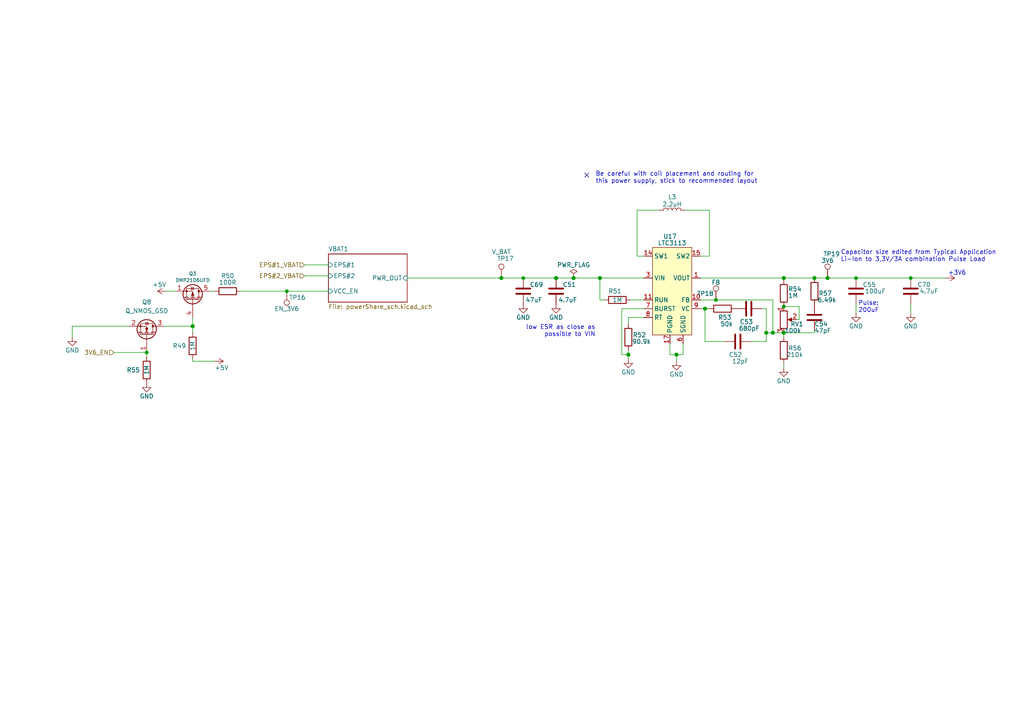
<source format=kicad_sch>
(kicad_sch (version 20211123) (generator eeschema)

  (uuid 93bc236d-3455-443f-8726-2037a6755e8b)

  (paper "A4")

  (lib_symbols
    (symbol "Connector:TestPoint" (pin_numbers hide) (pin_names (offset 0.762) hide) (in_bom yes) (on_board yes)
      (property "Reference" "TP" (id 0) (at 0 6.858 0)
        (effects (font (size 1.27 1.27)))
      )
      (property "Value" "TestPoint" (id 1) (at 0 5.08 0)
        (effects (font (size 1.27 1.27)))
      )
      (property "Footprint" "" (id 2) (at 5.08 0 0)
        (effects (font (size 1.27 1.27)) hide)
      )
      (property "Datasheet" "~" (id 3) (at 5.08 0 0)
        (effects (font (size 1.27 1.27)) hide)
      )
      (property "ki_keywords" "test point tp" (id 4) (at 0 0 0)
        (effects (font (size 1.27 1.27)) hide)
      )
      (property "ki_description" "test point" (id 5) (at 0 0 0)
        (effects (font (size 1.27 1.27)) hide)
      )
      (property "ki_fp_filters" "Pin* Test*" (id 6) (at 0 0 0)
        (effects (font (size 1.27 1.27)) hide)
      )
      (symbol "TestPoint_0_1"
        (circle (center 0 3.302) (radius 0.762)
          (stroke (width 0) (type default) (color 0 0 0 0))
          (fill (type none))
        )
      )
      (symbol "TestPoint_1_1"
        (pin passive line (at 0 0 90) (length 2.54)
          (name "1" (effects (font (size 1.27 1.27))))
          (number "1" (effects (font (size 1.27 1.27))))
        )
      )
    )
    (symbol "Device:C" (pin_numbers hide) (pin_names (offset 0.254)) (in_bom yes) (on_board yes)
      (property "Reference" "C" (id 0) (at 0.635 2.54 0)
        (effects (font (size 1.27 1.27)) (justify left))
      )
      (property "Value" "C" (id 1) (at 0.635 -2.54 0)
        (effects (font (size 1.27 1.27)) (justify left))
      )
      (property "Footprint" "" (id 2) (at 0.9652 -3.81 0)
        (effects (font (size 1.27 1.27)) hide)
      )
      (property "Datasheet" "~" (id 3) (at 0 0 0)
        (effects (font (size 1.27 1.27)) hide)
      )
      (property "ki_keywords" "cap capacitor" (id 4) (at 0 0 0)
        (effects (font (size 1.27 1.27)) hide)
      )
      (property "ki_description" "Unpolarized capacitor" (id 5) (at 0 0 0)
        (effects (font (size 1.27 1.27)) hide)
      )
      (property "ki_fp_filters" "C_*" (id 6) (at 0 0 0)
        (effects (font (size 1.27 1.27)) hide)
      )
      (symbol "C_0_1"
        (polyline
          (pts
            (xy -2.032 -0.762)
            (xy 2.032 -0.762)
          )
          (stroke (width 0.508) (type default) (color 0 0 0 0))
          (fill (type none))
        )
        (polyline
          (pts
            (xy -2.032 0.762)
            (xy 2.032 0.762)
          )
          (stroke (width 0.508) (type default) (color 0 0 0 0))
          (fill (type none))
        )
      )
      (symbol "C_1_1"
        (pin passive line (at 0 3.81 270) (length 2.794)
          (name "~" (effects (font (size 1.27 1.27))))
          (number "1" (effects (font (size 1.27 1.27))))
        )
        (pin passive line (at 0 -3.81 90) (length 2.794)
          (name "~" (effects (font (size 1.27 1.27))))
          (number "2" (effects (font (size 1.27 1.27))))
        )
      )
    )
    (symbol "Device:L" (pin_numbers hide) (pin_names (offset 1.016) hide) (in_bom yes) (on_board yes)
      (property "Reference" "L" (id 0) (at -1.27 0 90)
        (effects (font (size 1.27 1.27)))
      )
      (property "Value" "L" (id 1) (at 1.905 0 90)
        (effects (font (size 1.27 1.27)))
      )
      (property "Footprint" "" (id 2) (at 0 0 0)
        (effects (font (size 1.27 1.27)) hide)
      )
      (property "Datasheet" "~" (id 3) (at 0 0 0)
        (effects (font (size 1.27 1.27)) hide)
      )
      (property "ki_keywords" "inductor choke coil reactor magnetic" (id 4) (at 0 0 0)
        (effects (font (size 1.27 1.27)) hide)
      )
      (property "ki_description" "Inductor" (id 5) (at 0 0 0)
        (effects (font (size 1.27 1.27)) hide)
      )
      (property "ki_fp_filters" "Choke_* *Coil* Inductor_* L_*" (id 6) (at 0 0 0)
        (effects (font (size 1.27 1.27)) hide)
      )
      (symbol "L_0_1"
        (arc (start 0 -2.54) (mid 0.635 -1.905) (end 0 -1.27)
          (stroke (width 0) (type default) (color 0 0 0 0))
          (fill (type none))
        )
        (arc (start 0 -1.27) (mid 0.635 -0.635) (end 0 0)
          (stroke (width 0) (type default) (color 0 0 0 0))
          (fill (type none))
        )
        (arc (start 0 0) (mid 0.635 0.635) (end 0 1.27)
          (stroke (width 0) (type default) (color 0 0 0 0))
          (fill (type none))
        )
        (arc (start 0 1.27) (mid 0.635 1.905) (end 0 2.54)
          (stroke (width 0) (type default) (color 0 0 0 0))
          (fill (type none))
        )
      )
      (symbol "L_1_1"
        (pin passive line (at 0 3.81 270) (length 1.27)
          (name "1" (effects (font (size 1.27 1.27))))
          (number "1" (effects (font (size 1.27 1.27))))
        )
        (pin passive line (at 0 -3.81 90) (length 1.27)
          (name "2" (effects (font (size 1.27 1.27))))
          (number "2" (effects (font (size 1.27 1.27))))
        )
      )
    )
    (symbol "Device:Q_NMOS_GSD" (pin_names (offset 0) hide) (in_bom yes) (on_board yes)
      (property "Reference" "Q" (id 0) (at 5.08 1.27 0)
        (effects (font (size 1.27 1.27)) (justify left))
      )
      (property "Value" "Q_NMOS_GSD" (id 1) (at 5.08 -1.27 0)
        (effects (font (size 1.27 1.27)) (justify left))
      )
      (property "Footprint" "" (id 2) (at 5.08 2.54 0)
        (effects (font (size 1.27 1.27)) hide)
      )
      (property "Datasheet" "~" (id 3) (at 0 0 0)
        (effects (font (size 1.27 1.27)) hide)
      )
      (property "ki_keywords" "transistor NMOS N-MOS N-MOSFET" (id 4) (at 0 0 0)
        (effects (font (size 1.27 1.27)) hide)
      )
      (property "ki_description" "N-MOSFET transistor, gate/source/drain" (id 5) (at 0 0 0)
        (effects (font (size 1.27 1.27)) hide)
      )
      (symbol "Q_NMOS_GSD_0_1"
        (polyline
          (pts
            (xy 0.254 0)
            (xy -2.54 0)
          )
          (stroke (width 0) (type default) (color 0 0 0 0))
          (fill (type none))
        )
        (polyline
          (pts
            (xy 0.254 1.905)
            (xy 0.254 -1.905)
          )
          (stroke (width 0.254) (type default) (color 0 0 0 0))
          (fill (type none))
        )
        (polyline
          (pts
            (xy 0.762 -1.27)
            (xy 0.762 -2.286)
          )
          (stroke (width 0.254) (type default) (color 0 0 0 0))
          (fill (type none))
        )
        (polyline
          (pts
            (xy 0.762 0.508)
            (xy 0.762 -0.508)
          )
          (stroke (width 0.254) (type default) (color 0 0 0 0))
          (fill (type none))
        )
        (polyline
          (pts
            (xy 0.762 2.286)
            (xy 0.762 1.27)
          )
          (stroke (width 0.254) (type default) (color 0 0 0 0))
          (fill (type none))
        )
        (polyline
          (pts
            (xy 2.54 2.54)
            (xy 2.54 1.778)
          )
          (stroke (width 0) (type default) (color 0 0 0 0))
          (fill (type none))
        )
        (polyline
          (pts
            (xy 2.54 -2.54)
            (xy 2.54 0)
            (xy 0.762 0)
          )
          (stroke (width 0) (type default) (color 0 0 0 0))
          (fill (type none))
        )
        (polyline
          (pts
            (xy 0.762 -1.778)
            (xy 3.302 -1.778)
            (xy 3.302 1.778)
            (xy 0.762 1.778)
          )
          (stroke (width 0) (type default) (color 0 0 0 0))
          (fill (type none))
        )
        (polyline
          (pts
            (xy 1.016 0)
            (xy 2.032 0.381)
            (xy 2.032 -0.381)
            (xy 1.016 0)
          )
          (stroke (width 0) (type default) (color 0 0 0 0))
          (fill (type outline))
        )
        (polyline
          (pts
            (xy 2.794 0.508)
            (xy 2.921 0.381)
            (xy 3.683 0.381)
            (xy 3.81 0.254)
          )
          (stroke (width 0) (type default) (color 0 0 0 0))
          (fill (type none))
        )
        (polyline
          (pts
            (xy 3.302 0.381)
            (xy 2.921 -0.254)
            (xy 3.683 -0.254)
            (xy 3.302 0.381)
          )
          (stroke (width 0) (type default) (color 0 0 0 0))
          (fill (type none))
        )
        (circle (center 1.651 0) (radius 2.794)
          (stroke (width 0.254) (type default) (color 0 0 0 0))
          (fill (type none))
        )
        (circle (center 2.54 -1.778) (radius 0.254)
          (stroke (width 0) (type default) (color 0 0 0 0))
          (fill (type outline))
        )
        (circle (center 2.54 1.778) (radius 0.254)
          (stroke (width 0) (type default) (color 0 0 0 0))
          (fill (type outline))
        )
      )
      (symbol "Q_NMOS_GSD_1_1"
        (pin input line (at -5.08 0 0) (length 2.54)
          (name "G" (effects (font (size 1.27 1.27))))
          (number "1" (effects (font (size 1.27 1.27))))
        )
        (pin passive line (at 2.54 -5.08 90) (length 2.54)
          (name "S" (effects (font (size 1.27 1.27))))
          (number "2" (effects (font (size 1.27 1.27))))
        )
        (pin passive line (at 2.54 5.08 270) (length 2.54)
          (name "D" (effects (font (size 1.27 1.27))))
          (number "3" (effects (font (size 1.27 1.27))))
        )
      )
    )
    (symbol "Device:R" (pin_numbers hide) (pin_names (offset 0)) (in_bom yes) (on_board yes)
      (property "Reference" "R" (id 0) (at 2.032 0 90)
        (effects (font (size 1.27 1.27)))
      )
      (property "Value" "R" (id 1) (at 0 0 90)
        (effects (font (size 1.27 1.27)))
      )
      (property "Footprint" "" (id 2) (at -1.778 0 90)
        (effects (font (size 1.27 1.27)) hide)
      )
      (property "Datasheet" "~" (id 3) (at 0 0 0)
        (effects (font (size 1.27 1.27)) hide)
      )
      (property "ki_keywords" "R res resistor" (id 4) (at 0 0 0)
        (effects (font (size 1.27 1.27)) hide)
      )
      (property "ki_description" "Resistor" (id 5) (at 0 0 0)
        (effects (font (size 1.27 1.27)) hide)
      )
      (property "ki_fp_filters" "R_*" (id 6) (at 0 0 0)
        (effects (font (size 1.27 1.27)) hide)
      )
      (symbol "R_0_1"
        (rectangle (start -1.016 -2.54) (end 1.016 2.54)
          (stroke (width 0.254) (type default) (color 0 0 0 0))
          (fill (type none))
        )
      )
      (symbol "R_1_1"
        (pin passive line (at 0 3.81 270) (length 1.27)
          (name "~" (effects (font (size 1.27 1.27))))
          (number "1" (effects (font (size 1.27 1.27))))
        )
        (pin passive line (at 0 -3.81 90) (length 1.27)
          (name "~" (effects (font (size 1.27 1.27))))
          (number "2" (effects (font (size 1.27 1.27))))
        )
      )
    )
    (symbol "Device:R_Potentiometer" (pin_names (offset 1.016) hide) (in_bom yes) (on_board yes)
      (property "Reference" "RV" (id 0) (at -4.445 0 90)
        (effects (font (size 1.27 1.27)))
      )
      (property "Value" "R_Potentiometer" (id 1) (at -2.54 0 90)
        (effects (font (size 1.27 1.27)))
      )
      (property "Footprint" "" (id 2) (at 0 0 0)
        (effects (font (size 1.27 1.27)) hide)
      )
      (property "Datasheet" "~" (id 3) (at 0 0 0)
        (effects (font (size 1.27 1.27)) hide)
      )
      (property "ki_keywords" "resistor variable" (id 4) (at 0 0 0)
        (effects (font (size 1.27 1.27)) hide)
      )
      (property "ki_description" "Potentiometer" (id 5) (at 0 0 0)
        (effects (font (size 1.27 1.27)) hide)
      )
      (property "ki_fp_filters" "Potentiometer*" (id 6) (at 0 0 0)
        (effects (font (size 1.27 1.27)) hide)
      )
      (symbol "R_Potentiometer_0_1"
        (polyline
          (pts
            (xy 2.54 0)
            (xy 1.524 0)
          )
          (stroke (width 0) (type default) (color 0 0 0 0))
          (fill (type none))
        )
        (polyline
          (pts
            (xy 1.143 0)
            (xy 2.286 0.508)
            (xy 2.286 -0.508)
            (xy 1.143 0)
          )
          (stroke (width 0) (type default) (color 0 0 0 0))
          (fill (type outline))
        )
        (rectangle (start 1.016 2.54) (end -1.016 -2.54)
          (stroke (width 0.254) (type default) (color 0 0 0 0))
          (fill (type none))
        )
      )
      (symbol "R_Potentiometer_1_1"
        (pin passive line (at 0 3.81 270) (length 1.27)
          (name "1" (effects (font (size 1.27 1.27))))
          (number "1" (effects (font (size 1.27 1.27))))
        )
        (pin passive line (at 3.81 0 180) (length 1.27)
          (name "2" (effects (font (size 1.27 1.27))))
          (number "2" (effects (font (size 1.27 1.27))))
        )
        (pin passive line (at 0 -3.81 90) (length 1.27)
          (name "3" (effects (font (size 1.27 1.27))))
          (number "3" (effects (font (size 1.27 1.27))))
        )
      )
    )
    (symbol "Transistor_FET:SiS443DN" (pin_names hide) (in_bom yes) (on_board yes)
      (property "Reference" "Q" (id 0) (at 5.08 1.905 0)
        (effects (font (size 1.27 1.27)) (justify left))
      )
      (property "Value" "SiS443DN" (id 1) (at 5.08 0 0)
        (effects (font (size 1.27 1.27)) (justify left))
      )
      (property "Footprint" "Package_SO:Vishay_PowerPAK_1212-8_Single" (id 2) (at 5.08 -1.905 0)
        (effects (font (size 1.27 1.27) italic) (justify left) hide)
      )
      (property "Datasheet" "https://www.vishay.com/docs/63253/sis443dn.pdf" (id 3) (at 0 0 90)
        (effects (font (size 1.27 1.27)) (justify left) hide)
      )
      (property "ki_keywords" "P-Channel MOSFET" (id 4) (at 0 0 0)
        (effects (font (size 1.27 1.27)) hide)
      )
      (property "ki_description" "-35A Id, -40V Vds, P-Channel MOSFET, PowerPAK 1212-8 Single" (id 5) (at 0 0 0)
        (effects (font (size 1.27 1.27)) hide)
      )
      (property "ki_fp_filters" "Vishay*PowerPAK*1212*Single*" (id 6) (at 0 0 0)
        (effects (font (size 1.27 1.27)) hide)
      )
      (symbol "SiS443DN_0_1"
        (polyline
          (pts
            (xy 0.254 0)
            (xy -2.54 0)
          )
          (stroke (width 0) (type default) (color 0 0 0 0))
          (fill (type none))
        )
        (polyline
          (pts
            (xy 0.254 1.905)
            (xy 0.254 -1.905)
          )
          (stroke (width 0.254) (type default) (color 0 0 0 0))
          (fill (type none))
        )
        (polyline
          (pts
            (xy 0.762 -1.27)
            (xy 0.762 -2.286)
          )
          (stroke (width 0.254) (type default) (color 0 0 0 0))
          (fill (type none))
        )
        (polyline
          (pts
            (xy 0.762 0.508)
            (xy 0.762 -0.508)
          )
          (stroke (width 0.254) (type default) (color 0 0 0 0))
          (fill (type none))
        )
        (polyline
          (pts
            (xy 0.762 2.286)
            (xy 0.762 1.27)
          )
          (stroke (width 0.254) (type default) (color 0 0 0 0))
          (fill (type none))
        )
        (polyline
          (pts
            (xy 2.54 2.54)
            (xy 2.54 1.778)
          )
          (stroke (width 0) (type default) (color 0 0 0 0))
          (fill (type none))
        )
        (polyline
          (pts
            (xy 2.54 -2.54)
            (xy 2.54 0)
            (xy 0.762 0)
          )
          (stroke (width 0) (type default) (color 0 0 0 0))
          (fill (type none))
        )
        (polyline
          (pts
            (xy 0.762 1.778)
            (xy 3.302 1.778)
            (xy 3.302 -1.778)
            (xy 0.762 -1.778)
          )
          (stroke (width 0) (type default) (color 0 0 0 0))
          (fill (type none))
        )
        (polyline
          (pts
            (xy 2.286 0)
            (xy 1.27 0.381)
            (xy 1.27 -0.381)
            (xy 2.286 0)
          )
          (stroke (width 0) (type default) (color 0 0 0 0))
          (fill (type outline))
        )
        (polyline
          (pts
            (xy 2.794 -0.508)
            (xy 2.921 -0.381)
            (xy 3.683 -0.381)
            (xy 3.81 -0.254)
          )
          (stroke (width 0) (type default) (color 0 0 0 0))
          (fill (type none))
        )
        (polyline
          (pts
            (xy 3.302 -0.381)
            (xy 2.921 0.254)
            (xy 3.683 0.254)
            (xy 3.302 -0.381)
          )
          (stroke (width 0) (type default) (color 0 0 0 0))
          (fill (type none))
        )
        (circle (center 1.651 0) (radius 2.794)
          (stroke (width 0.254) (type default) (color 0 0 0 0))
          (fill (type none))
        )
        (circle (center 2.54 -1.778) (radius 0.254)
          (stroke (width 0) (type default) (color 0 0 0 0))
          (fill (type outline))
        )
        (circle (center 2.54 1.778) (radius 0.254)
          (stroke (width 0) (type default) (color 0 0 0 0))
          (fill (type outline))
        )
      )
      (symbol "SiS443DN_1_1"
        (pin passive line (at 2.54 -5.08 90) (length 2.54)
          (name "S" (effects (font (size 1.27 1.27))))
          (number "1" (effects (font (size 1.27 1.27))))
        )
        (pin passive line (at 2.54 -5.08 90) (length 2.54) hide
          (name "S" (effects (font (size 1.27 1.27))))
          (number "2" (effects (font (size 1.27 1.27))))
        )
        (pin passive line (at 2.54 -5.08 90) (length 2.54) hide
          (name "S" (effects (font (size 1.27 1.27))))
          (number "3" (effects (font (size 1.27 1.27))))
        )
        (pin passive line (at -5.08 0 0) (length 2.54)
          (name "G" (effects (font (size 1.27 1.27))))
          (number "4" (effects (font (size 1.27 1.27))))
        )
        (pin passive line (at 2.54 5.08 270) (length 2.54)
          (name "D" (effects (font (size 1.27 1.27))))
          (number "5" (effects (font (size 1.27 1.27))))
        )
      )
    )
    (symbol "comm:LTC3113" (in_bom yes) (on_board yes)
      (property "Reference" "U" (id 0) (at 0 17.78 0)
        (effects (font (size 1.27 1.27)))
      )
      (property "Value" "LTC3113" (id 1) (at 0 15.24 0)
        (effects (font (size 1.27 1.27)))
      )
      (property "Footprint" "Package_DFN_QFN:DFN-16-1EP_4x5mm_P0.5mm_EP2.44x4.34mm" (id 2) (at 0 13.97 0)
        (effects (font (size 1.27 1.27)) hide)
      )
      (property "Datasheet" "" (id 3) (at 0 13.97 0)
        (effects (font (size 1.27 1.27)) hide)
      )
      (symbol "LTC3113_0_1"
        (rectangle (start -5.08 11.43) (end 6.35 -13.97)
          (stroke (width 0.1524) (type default) (color 0 0 0 0))
          (fill (type background))
        )
      )
      (symbol "LTC3113_1_1"
        (pin power_out line (at 8.89 2.54 180) (length 2.54)
          (name "VOUT" (effects (font (size 1.27 1.27))))
          (number "1" (effects (font (size 1.27 1.27))))
        )
        (pin input line (at 8.89 -3.81 180) (length 2.54)
          (name "FB" (effects (font (size 1.27 1.27))))
          (number "10" (effects (font (size 1.27 1.27))))
        )
        (pin input line (at -7.62 -3.81 0) (length 2.54)
          (name "RUN" (effects (font (size 1.27 1.27))))
          (number "11" (effects (font (size 1.27 1.27))))
        )
        (pin input line (at -7.62 8.89 0) (length 2.54) hide
          (name "SW1" (effects (font (size 1.27 1.27))))
          (number "12" (effects (font (size 1.27 1.27))))
        )
        (pin input line (at -7.62 8.89 0) (length 2.54) hide
          (name "SW1" (effects (font (size 1.27 1.27))))
          (number "13" (effects (font (size 1.27 1.27))))
        )
        (pin input line (at -7.62 8.89 0) (length 2.54)
          (name "SW1" (effects (font (size 1.27 1.27))))
          (number "14" (effects (font (size 1.27 1.27))))
        )
        (pin input line (at 8.89 8.89 180) (length 2.54)
          (name "SW2" (effects (font (size 1.27 1.27))))
          (number "15" (effects (font (size 1.27 1.27))))
        )
        (pin input line (at 8.89 8.89 180) (length 2.54) hide
          (name "SW2" (effects (font (size 1.27 1.27))))
          (number "16" (effects (font (size 1.27 1.27))))
        )
        (pin power_in line (at 0 -16.51 90) (length 2.54)
          (name "PGND" (effects (font (size 1.27 1.27))))
          (number "17" (effects (font (size 1.27 1.27))))
        )
        (pin passive line (at 8.89 2.54 180) (length 2.54) hide
          (name "VOUT" (effects (font (size 1.27 1.27))))
          (number "2" (effects (font (size 1.27 1.27))))
        )
        (pin power_in line (at -7.62 2.54 0) (length 2.54)
          (name "VIN" (effects (font (size 1.27 1.27))))
          (number "3" (effects (font (size 1.27 1.27))))
        )
        (pin power_in line (at -7.62 2.54 0) (length 2.54) hide
          (name "VIN" (effects (font (size 1.27 1.27))))
          (number "4" (effects (font (size 1.27 1.27))))
        )
        (pin power_in line (at -7.62 2.54 0) (length 2.54) hide
          (name "VIN" (effects (font (size 1.27 1.27))))
          (number "5" (effects (font (size 1.27 1.27))))
        )
        (pin power_in line (at 3.81 -16.51 90) (length 2.54)
          (name "SGND" (effects (font (size 1.27 1.27))))
          (number "6" (effects (font (size 1.27 1.27))))
        )
        (pin input line (at -7.62 -6.35 0) (length 2.54)
          (name "BURST" (effects (font (size 1.27 1.27))))
          (number "7" (effects (font (size 1.27 1.27))))
        )
        (pin input line (at -7.62 -8.89 0) (length 2.54)
          (name "RT" (effects (font (size 1.27 1.27))))
          (number "8" (effects (font (size 1.27 1.27))))
        )
        (pin input line (at 8.89 -6.35 180) (length 2.54)
          (name "VC" (effects (font (size 1.27 1.27))))
          (number "9" (effects (font (size 1.27 1.27))))
        )
      )
    )
    (symbol "power:+3V8" (power) (pin_names (offset 0)) (in_bom yes) (on_board yes)
      (property "Reference" "#PWR" (id 0) (at 0 -3.81 0)
        (effects (font (size 1.27 1.27)) hide)
      )
      (property "Value" "+3V8" (id 1) (at 0 3.556 0)
        (effects (font (size 1.27 1.27)))
      )
      (property "Footprint" "" (id 2) (at 0 0 0)
        (effects (font (size 1.27 1.27)) hide)
      )
      (property "Datasheet" "" (id 3) (at 0 0 0)
        (effects (font (size 1.27 1.27)) hide)
      )
      (property "ki_keywords" "power-flag" (id 4) (at 0 0 0)
        (effects (font (size 1.27 1.27)) hide)
      )
      (property "ki_description" "Power symbol creates a global label with name \"+3V8\"" (id 5) (at 0 0 0)
        (effects (font (size 1.27 1.27)) hide)
      )
      (symbol "+3V8_0_1"
        (polyline
          (pts
            (xy -0.762 1.27)
            (xy 0 2.54)
          )
          (stroke (width 0) (type default) (color 0 0 0 0))
          (fill (type none))
        )
        (polyline
          (pts
            (xy 0 0)
            (xy 0 2.54)
          )
          (stroke (width 0) (type default) (color 0 0 0 0))
          (fill (type none))
        )
        (polyline
          (pts
            (xy 0 2.54)
            (xy 0.762 1.27)
          )
          (stroke (width 0) (type default) (color 0 0 0 0))
          (fill (type none))
        )
      )
      (symbol "+3V8_1_1"
        (pin power_in line (at 0 0 90) (length 0) hide
          (name "+3V8" (effects (font (size 1.27 1.27))))
          (number "1" (effects (font (size 1.27 1.27))))
        )
      )
    )
    (symbol "power:+5V" (power) (pin_names (offset 0)) (in_bom yes) (on_board yes)
      (property "Reference" "#PWR" (id 0) (at 0 -3.81 0)
        (effects (font (size 1.27 1.27)) hide)
      )
      (property "Value" "+5V" (id 1) (at 0 3.556 0)
        (effects (font (size 1.27 1.27)))
      )
      (property "Footprint" "" (id 2) (at 0 0 0)
        (effects (font (size 1.27 1.27)) hide)
      )
      (property "Datasheet" "" (id 3) (at 0 0 0)
        (effects (font (size 1.27 1.27)) hide)
      )
      (property "ki_keywords" "power-flag" (id 4) (at 0 0 0)
        (effects (font (size 1.27 1.27)) hide)
      )
      (property "ki_description" "Power symbol creates a global label with name \"+5V\"" (id 5) (at 0 0 0)
        (effects (font (size 1.27 1.27)) hide)
      )
      (symbol "+5V_0_1"
        (polyline
          (pts
            (xy -0.762 1.27)
            (xy 0 2.54)
          )
          (stroke (width 0) (type default) (color 0 0 0 0))
          (fill (type none))
        )
        (polyline
          (pts
            (xy 0 0)
            (xy 0 2.54)
          )
          (stroke (width 0) (type default) (color 0 0 0 0))
          (fill (type none))
        )
        (polyline
          (pts
            (xy 0 2.54)
            (xy 0.762 1.27)
          )
          (stroke (width 0) (type default) (color 0 0 0 0))
          (fill (type none))
        )
      )
      (symbol "+5V_1_1"
        (pin power_in line (at 0 0 90) (length 0) hide
          (name "+5V" (effects (font (size 1.27 1.27))))
          (number "1" (effects (font (size 1.27 1.27))))
        )
      )
    )
    (symbol "power:GND" (power) (pin_names (offset 0)) (in_bom yes) (on_board yes)
      (property "Reference" "#PWR" (id 0) (at 0 -6.35 0)
        (effects (font (size 1.27 1.27)) hide)
      )
      (property "Value" "GND" (id 1) (at 0 -3.81 0)
        (effects (font (size 1.27 1.27)))
      )
      (property "Footprint" "" (id 2) (at 0 0 0)
        (effects (font (size 1.27 1.27)) hide)
      )
      (property "Datasheet" "" (id 3) (at 0 0 0)
        (effects (font (size 1.27 1.27)) hide)
      )
      (property "ki_keywords" "power-flag" (id 4) (at 0 0 0)
        (effects (font (size 1.27 1.27)) hide)
      )
      (property "ki_description" "Power symbol creates a global label with name \"GND\" , ground" (id 5) (at 0 0 0)
        (effects (font (size 1.27 1.27)) hide)
      )
      (symbol "GND_0_1"
        (polyline
          (pts
            (xy 0 0)
            (xy 0 -1.27)
            (xy 1.27 -1.27)
            (xy 0 -2.54)
            (xy -1.27 -1.27)
            (xy 0 -1.27)
          )
          (stroke (width 0) (type default) (color 0 0 0 0))
          (fill (type none))
        )
      )
      (symbol "GND_1_1"
        (pin power_in line (at 0 0 270) (length 0) hide
          (name "GND" (effects (font (size 1.27 1.27))))
          (number "1" (effects (font (size 1.27 1.27))))
        )
      )
    )
    (symbol "power:PWR_FLAG" (power) (pin_numbers hide) (pin_names (offset 0) hide) (in_bom yes) (on_board yes)
      (property "Reference" "#FLG" (id 0) (at 0 1.905 0)
        (effects (font (size 1.27 1.27)) hide)
      )
      (property "Value" "PWR_FLAG" (id 1) (at 0 3.81 0)
        (effects (font (size 1.27 1.27)))
      )
      (property "Footprint" "" (id 2) (at 0 0 0)
        (effects (font (size 1.27 1.27)) hide)
      )
      (property "Datasheet" "~" (id 3) (at 0 0 0)
        (effects (font (size 1.27 1.27)) hide)
      )
      (property "ki_keywords" "power-flag" (id 4) (at 0 0 0)
        (effects (font (size 1.27 1.27)) hide)
      )
      (property "ki_description" "Special symbol for telling ERC where power comes from" (id 5) (at 0 0 0)
        (effects (font (size 1.27 1.27)) hide)
      )
      (symbol "PWR_FLAG_0_0"
        (pin power_out line (at 0 0 90) (length 0)
          (name "pwr" (effects (font (size 1.27 1.27))))
          (number "1" (effects (font (size 1.27 1.27))))
        )
      )
      (symbol "PWR_FLAG_0_1"
        (polyline
          (pts
            (xy 0 0)
            (xy 0 1.27)
            (xy -1.016 1.905)
            (xy 0 2.54)
            (xy 1.016 1.905)
            (xy 0 1.27)
          )
          (stroke (width 0) (type default) (color 0 0 0 0))
          (fill (type none))
        )
      )
    )
  )

  (junction (at 224.155 96.52) (diameter 1.016) (color 0 0 0 0)
    (uuid 10466cba-b45a-4266-a3b7-e58a54c85068)
  )
  (junction (at 166.37 80.645) (diameter 1.016) (color 0 0 0 0)
    (uuid 223b1bf5-aeb0-4409-ae26-7a05947090b1)
  )
  (junction (at 173.99 80.645) (diameter 1.016) (color 0 0 0 0)
    (uuid 2bd8e8f1-1a24-4dbc-9d3e-02ec45243012)
  )
  (junction (at 196.215 102.87) (diameter 1.016) (color 0 0 0 0)
    (uuid 3230db71-e343-4ca7-bfe8-9565703f0c4c)
  )
  (junction (at 204.47 89.535) (diameter 1.016) (color 0 0 0 0)
    (uuid 3eade326-98e9-4f73-9969-c3de1dd20284)
  )
  (junction (at 248.285 80.645) (diameter 0) (color 0 0 0 0)
    (uuid 431ad2b3-efb1-4bca-b248-56233d6f0de9)
  )
  (junction (at 145.415 80.645) (diameter 1.016) (color 0 0 0 0)
    (uuid 47033c75-f09c-4ea5-aeb3-c219d9891cc7)
  )
  (junction (at 161.29 80.645) (diameter 1.016) (color 0 0 0 0)
    (uuid 5d65aa66-ef4c-4c39-9d61-47de6dffabb0)
  )
  (junction (at 240.03 80.645) (diameter 1.016) (color 0 0 0 0)
    (uuid 608b1311-8621-40a7-be19-36f27fed020a)
  )
  (junction (at 42.545 102.235) (diameter 0) (color 0 0 0 0)
    (uuid 78d6d6b1-4b1c-4224-8b6e-b250e7dfd82a)
  )
  (junction (at 182.245 102.87) (diameter 1.016) (color 0 0 0 0)
    (uuid 81fa679c-a92a-4d03-8dba-7b7ddbe3b862)
  )
  (junction (at 83.185 84.455) (diameter 0) (color 0 0 0 0)
    (uuid 963db081-7044-4f92-a766-1f2daf76bf28)
  )
  (junction (at 207.645 86.995) (diameter 0) (color 0 0 0 0)
    (uuid acc30a2b-a69f-472c-9bf1-45108a7cda82)
  )
  (junction (at 236.22 80.645) (diameter 1.016) (color 0 0 0 0)
    (uuid b282f0ec-ccbe-4072-9792-7cf3291c0003)
  )
  (junction (at 264.16 80.645) (diameter 0) (color 0 0 0 0)
    (uuid b7717332-b1c7-4df4-994d-12b5a97ae610)
  )
  (junction (at 151.765 80.645) (diameter 0) (color 0 0 0 0)
    (uuid b8036693-9b75-4c52-aa98-16d89db15333)
  )
  (junction (at 222.25 96.52) (diameter 1.016) (color 0 0 0 0)
    (uuid c424557c-de60-43fc-9d3b-22dc03bfab6a)
  )
  (junction (at 227.33 96.52) (diameter 1.016) (color 0 0 0 0)
    (uuid c9fd8097-4fd2-4bf4-ae2b-c6dd4fdd0ad6)
  )
  (junction (at 55.88 94.615) (diameter 1.016) (color 0 0 0 0)
    (uuid d10ed321-fe4a-4b2e-8c4a-eae42c56c9ad)
  )
  (junction (at 227.33 80.645) (diameter 1.016) (color 0 0 0 0)
    (uuid e85479a1-246b-4094-ab2f-e2441217b8b6)
  )
  (junction (at 227.33 88.9) (diameter 0) (color 0 0 0 0)
    (uuid ee58b9e2-2293-4041-98ac-b810e072ff5d)
  )

  (no_connect (at 170.18 50.8) (uuid 82e5ea2d-acde-40d4-b80d-7e85e848f6e3))

  (wire (pts (xy 196.215 102.87) (xy 198.12 102.87))
    (stroke (width 0) (type solid) (color 0 0 0 0))
    (uuid 049ea278-d5c7-4e32-916b-093e4d58b878)
  )
  (wire (pts (xy 151.765 80.645) (xy 161.29 80.645))
    (stroke (width 0) (type solid) (color 0 0 0 0))
    (uuid 051fd92f-656c-4fa2-bc3b-1cd60b9824cc)
  )
  (wire (pts (xy 95.25 76.835) (xy 88.265 76.835))
    (stroke (width 0) (type solid) (color 0 0 0 0))
    (uuid 0cceca1d-8f92-4069-96bd-f4c6a84bcb3f)
  )
  (wire (pts (xy 264.16 80.645) (xy 274.32 80.645))
    (stroke (width 0) (type solid) (color 0 0 0 0))
    (uuid 10e75c61-e6d6-4463-8646-4e1ad65c1446)
  )
  (wire (pts (xy 227.33 96.52) (xy 227.33 97.79))
    (stroke (width 0) (type solid) (color 0 0 0 0))
    (uuid 17506401-c505-4b8a-8c02-9c0a9283390f)
  )
  (wire (pts (xy 203.2 89.535) (xy 204.47 89.535))
    (stroke (width 0) (type solid) (color 0 0 0 0))
    (uuid 1879e5ff-bbb2-48ee-9149-b6be2b6c0c85)
  )
  (wire (pts (xy 182.245 102.87) (xy 182.245 104.14))
    (stroke (width 0) (type solid) (color 0 0 0 0))
    (uuid 19d12a1e-1a98-4e63-9f10-bf330392bc16)
  )
  (wire (pts (xy 20.955 94.615) (xy 37.465 94.615))
    (stroke (width 0) (type default) (color 0 0 0 0))
    (uuid 1bf87831-89da-475c-a590-049ba4ecb5a8)
  )
  (wire (pts (xy 227.33 96.52) (xy 236.22 96.52))
    (stroke (width 0) (type solid) (color 0 0 0 0))
    (uuid 1f07c9e6-a716-4ecb-9330-f0a8ddd49180)
  )
  (wire (pts (xy 161.29 80.645) (xy 166.37 80.645))
    (stroke (width 0) (type solid) (color 0 0 0 0))
    (uuid 261ceb10-a1c0-41ec-8894-558a20ffb8c1)
  )
  (wire (pts (xy 42.545 102.235) (xy 42.545 103.505))
    (stroke (width 0) (type default) (color 0 0 0 0))
    (uuid 27cb4c6f-713c-48a9-83f4-d8a119765c96)
  )
  (wire (pts (xy 207.645 86.995) (xy 224.155 86.995))
    (stroke (width 0) (type solid) (color 0 0 0 0))
    (uuid 29d4a5ba-e8d6-4e1b-9390-901b6f64301c)
  )
  (wire (pts (xy 186.69 89.535) (xy 180.34 89.535))
    (stroke (width 0) (type solid) (color 0 0 0 0))
    (uuid 321607d5-b090-4bc8-992a-daec1a7f8c2b)
  )
  (wire (pts (xy 88.265 80.01) (xy 95.25 80.01))
    (stroke (width 0) (type solid) (color 0 0 0 0))
    (uuid 360966c0-f32c-4c6f-94af-b320c03fc2d4)
  )
  (wire (pts (xy 198.12 99.695) (xy 198.12 102.87))
    (stroke (width 0) (type solid) (color 0 0 0 0))
    (uuid 3d4f22c4-470e-4541-bfff-737bb016921f)
  )
  (wire (pts (xy 182.88 86.995) (xy 186.69 86.995))
    (stroke (width 0) (type solid) (color 0 0 0 0))
    (uuid 412eb61d-0d49-4d84-9f20-a88eb8f1ddb1)
  )
  (wire (pts (xy 222.25 96.52) (xy 224.155 96.52))
    (stroke (width 0) (type solid) (color 0 0 0 0))
    (uuid 4a39c9a4-e72c-44f7-9917-b0725be10659)
  )
  (wire (pts (xy 210.185 99.06) (xy 204.47 99.06))
    (stroke (width 0) (type solid) (color 0 0 0 0))
    (uuid 5462e273-4610-4de9-bc3b-fa2760ac4fe7)
  )
  (wire (pts (xy 264.16 88.265) (xy 264.16 90.805))
    (stroke (width 0) (type solid) (color 0 0 0 0))
    (uuid 5b86764d-181c-4fbb-9e22-1705efe5ae7b)
  )
  (wire (pts (xy 55.88 104.775) (xy 62.23 104.775))
    (stroke (width 0) (type default) (color 0 0 0 0))
    (uuid 5e5780a7-c9ae-4fdb-a412-bc2b0241c14d)
  )
  (wire (pts (xy 203.2 74.295) (xy 205.74 74.295))
    (stroke (width 0) (type solid) (color 0 0 0 0))
    (uuid 6082495c-64e5-4c52-ba04-b3834667a4e9)
  )
  (wire (pts (xy 50.8 84.455) (xy 48.26 84.455))
    (stroke (width 0) (type solid) (color 0 0 0 0))
    (uuid 60848de1-69c0-4161-83fc-4aeb21d0d129)
  )
  (wire (pts (xy 47.625 94.615) (xy 55.88 94.615))
    (stroke (width 0) (type solid) (color 0 0 0 0))
    (uuid 611ff46a-b112-4aa3-8e27-d53494f808b1)
  )
  (wire (pts (xy 224.155 96.52) (xy 227.33 96.52))
    (stroke (width 0) (type solid) (color 0 0 0 0))
    (uuid 612c567d-8f57-44da-91fa-f51e41f01983)
  )
  (wire (pts (xy 205.74 60.96) (xy 198.755 60.96))
    (stroke (width 0) (type solid) (color 0 0 0 0))
    (uuid 6219dc51-ab9e-4a9f-acd6-d2d06cfdf3d5)
  )
  (wire (pts (xy 204.47 89.535) (xy 205.74 89.535))
    (stroke (width 0) (type solid) (color 0 0 0 0))
    (uuid 63d92c6a-d643-489a-b610-46877a1df092)
  )
  (wire (pts (xy 204.47 89.535) (xy 204.47 99.06))
    (stroke (width 0) (type solid) (color 0 0 0 0))
    (uuid 64851761-36dd-45cf-82a8-11f68125ab59)
  )
  (wire (pts (xy 231.775 92.71) (xy 231.775 88.9))
    (stroke (width 0) (type default) (color 0 0 0 0))
    (uuid 6ac946e7-b92f-4da2-acc4-fd3c339c4891)
  )
  (wire (pts (xy 62.23 84.455) (xy 60.96 84.455))
    (stroke (width 0) (type solid) (color 0 0 0 0))
    (uuid 71fbfe10-f0d9-4ae5-bb3d-801d074db196)
  )
  (wire (pts (xy 227.33 80.645) (xy 236.22 80.645))
    (stroke (width 0) (type solid) (color 0 0 0 0))
    (uuid 725bac89-d139-4a83-8c1a-9af707195196)
  )
  (wire (pts (xy 55.88 104.14) (xy 55.88 104.775))
    (stroke (width 0) (type default) (color 0 0 0 0))
    (uuid 76c99d89-cde7-425f-acd7-084d6bb080a3)
  )
  (wire (pts (xy 182.245 93.98) (xy 182.245 92.075))
    (stroke (width 0) (type solid) (color 0 0 0 0))
    (uuid 7f50fdac-0d80-4715-8667-dc57a0ec19d4)
  )
  (wire (pts (xy 182.245 101.6) (xy 182.245 102.87))
    (stroke (width 0) (type solid) (color 0 0 0 0))
    (uuid 81831b8a-5454-47d8-a047-e60a79872195)
  )
  (wire (pts (xy 227.33 80.645) (xy 227.33 81.28))
    (stroke (width 0) (type solid) (color 0 0 0 0))
    (uuid 8c60b43a-9084-41a3-8680-dc43d33c20b4)
  )
  (wire (pts (xy 180.34 89.535) (xy 180.34 102.87))
    (stroke (width 0) (type solid) (color 0 0 0 0))
    (uuid 90a60d6e-efdd-4b21-a7bd-6e454a96062a)
  )
  (wire (pts (xy 33.02 102.235) (xy 42.545 102.235))
    (stroke (width 0) (type default) (color 0 0 0 0))
    (uuid 94804785-9b99-41f6-9cd3-b799ac9befb0)
  )
  (wire (pts (xy 205.74 60.96) (xy 205.74 74.295))
    (stroke (width 0) (type solid) (color 0 0 0 0))
    (uuid 95475eda-4b01-4b5b-bb59-e47c2002372f)
  )
  (wire (pts (xy 173.99 80.645) (xy 186.69 80.645))
    (stroke (width 0) (type solid) (color 0 0 0 0))
    (uuid 997b3398-f886-40f4-a451-ee5852abda52)
  )
  (wire (pts (xy 236.22 96.52) (xy 236.22 95.885))
    (stroke (width 0) (type solid) (color 0 0 0 0))
    (uuid 9b74c266-6cc9-49fd-b629-2a76c0e78f43)
  )
  (wire (pts (xy 194.31 102.87) (xy 196.215 102.87))
    (stroke (width 0) (type solid) (color 0 0 0 0))
    (uuid 9b895b0b-60ec-4a22-8dba-3efd8a7857fb)
  )
  (wire (pts (xy 175.26 86.995) (xy 173.99 86.995))
    (stroke (width 0) (type solid) (color 0 0 0 0))
    (uuid 9efc73c0-34c9-4aed-b429-650b825e584b)
  )
  (wire (pts (xy 184.785 60.96) (xy 184.785 74.295))
    (stroke (width 0) (type solid) (color 0 0 0 0))
    (uuid a7c9a12c-2a91-4e13-97b5-b910bc8454b4)
  )
  (wire (pts (xy 231.14 92.71) (xy 231.775 92.71))
    (stroke (width 0) (type default) (color 0 0 0 0))
    (uuid b0c48fa2-a6ca-4250-b8ac-f3144e428545)
  )
  (wire (pts (xy 182.245 92.075) (xy 186.69 92.075))
    (stroke (width 0) (type solid) (color 0 0 0 0))
    (uuid b1e97b70-6241-4b20-bb40-6c175be07d40)
  )
  (wire (pts (xy 118.11 80.645) (xy 145.415 80.645))
    (stroke (width 0) (type solid) (color 0 0 0 0))
    (uuid b2742f2a-3867-4be4-a359-fdc03dada4ad)
  )
  (wire (pts (xy 145.415 80.645) (xy 151.765 80.645))
    (stroke (width 0) (type solid) (color 0 0 0 0))
    (uuid b2742f2a-3867-4be4-a359-fdc03dada4ae)
  )
  (wire (pts (xy 69.85 84.455) (xy 83.185 84.455))
    (stroke (width 0) (type solid) (color 0 0 0 0))
    (uuid b6a3e3d7-bc8f-488e-8493-f1a588592b83)
  )
  (wire (pts (xy 203.2 86.995) (xy 207.645 86.995))
    (stroke (width 0) (type solid) (color 0 0 0 0))
    (uuid b8217ba2-4bd0-498e-b843-14ef4ecceda5)
  )
  (wire (pts (xy 180.34 102.87) (xy 182.245 102.87))
    (stroke (width 0) (type solid) (color 0 0 0 0))
    (uuid ba3c010b-16f2-45af-b2b1-ac489a2ff3ef)
  )
  (wire (pts (xy 227.33 105.41) (xy 227.33 106.68))
    (stroke (width 0) (type solid) (color 0 0 0 0))
    (uuid bd0b79be-639a-4ad6-a2f3-2437234f84fc)
  )
  (wire (pts (xy 55.88 94.615) (xy 55.88 96.52))
    (stroke (width 0) (type solid) (color 0 0 0 0))
    (uuid bf309b41-700b-4cf2-9b8d-0d85c6117e1f)
  )
  (wire (pts (xy 194.31 99.695) (xy 194.31 102.87))
    (stroke (width 0) (type solid) (color 0 0 0 0))
    (uuid c38b5d77-12ea-4dd3-a7ce-532ef972a55d)
  )
  (wire (pts (xy 227.33 88.9) (xy 231.775 88.9))
    (stroke (width 0) (type default) (color 0 0 0 0))
    (uuid c488471f-7dcf-49ec-83fd-f782ebf4dab9)
  )
  (wire (pts (xy 222.25 89.535) (xy 222.25 96.52))
    (stroke (width 0) (type solid) (color 0 0 0 0))
    (uuid c5dc042e-4cdc-45d1-934d-e10a7935a146)
  )
  (wire (pts (xy 224.155 86.995) (xy 224.155 96.52))
    (stroke (width 0) (type solid) (color 0 0 0 0))
    (uuid c74bcb29-c9d9-4b5e-92e3-c2c531c69999)
  )
  (wire (pts (xy 166.37 80.645) (xy 173.99 80.645))
    (stroke (width 0) (type solid) (color 0 0 0 0))
    (uuid c7625d30-f230-426f-93bf-81ce31181ec4)
  )
  (wire (pts (xy 83.185 84.455) (xy 95.25 84.455))
    (stroke (width 0) (type solid) (color 0 0 0 0))
    (uuid c9f2d6de-b63c-40ac-8f21-2db700cb8ad6)
  )
  (wire (pts (xy 186.69 74.295) (xy 184.785 74.295))
    (stroke (width 0) (type solid) (color 0 0 0 0))
    (uuid d288116c-547f-4a32-b3d8-19b7fd73373c)
  )
  (wire (pts (xy 248.285 88.265) (xy 248.285 90.805))
    (stroke (width 0) (type solid) (color 0 0 0 0))
    (uuid d5abcbc9-3649-4db1-a5c3-6acba25ce183)
  )
  (wire (pts (xy 203.2 80.645) (xy 227.33 80.645))
    (stroke (width 0) (type solid) (color 0 0 0 0))
    (uuid d912ce47-8d07-4b9f-8ac9-355eb78207fb)
  )
  (wire (pts (xy 222.25 96.52) (xy 222.25 99.06))
    (stroke (width 0) (type solid) (color 0 0 0 0))
    (uuid de6087b2-e236-4764-bbd3-27ef6c3e7ed9)
  )
  (wire (pts (xy 236.22 80.645) (xy 240.03 80.645))
    (stroke (width 0) (type solid) (color 0 0 0 0))
    (uuid def32d6e-19da-4774-8783-c8db343f821c)
  )
  (wire (pts (xy 240.03 80.645) (xy 248.285 80.645))
    (stroke (width 0) (type solid) (color 0 0 0 0))
    (uuid def32d6e-19da-4774-8783-c8db343f821d)
  )
  (wire (pts (xy 55.88 92.075) (xy 55.88 94.615))
    (stroke (width 0) (type solid) (color 0 0 0 0))
    (uuid dfa996f8-aac8-483b-b844-24939524abbd)
  )
  (wire (pts (xy 20.955 97.79) (xy 20.955 94.615))
    (stroke (width 0) (type default) (color 0 0 0 0))
    (uuid e0d16a65-1891-42c4-99bf-b67fad346acb)
  )
  (wire (pts (xy 196.215 102.87) (xy 196.215 104.775))
    (stroke (width 0) (type solid) (color 0 0 0 0))
    (uuid e35d64a4-6669-471d-af6b-94bb2a366887)
  )
  (wire (pts (xy 184.785 60.96) (xy 191.135 60.96))
    (stroke (width 0) (type solid) (color 0 0 0 0))
    (uuid e68831d5-f82f-4a67-a937-551a87bd7def)
  )
  (wire (pts (xy 220.98 89.535) (xy 222.25 89.535))
    (stroke (width 0) (type solid) (color 0 0 0 0))
    (uuid ea9c0586-bc11-428d-9921-1d143f0b48d6)
  )
  (wire (pts (xy 217.805 99.06) (xy 222.25 99.06))
    (stroke (width 0) (type solid) (color 0 0 0 0))
    (uuid ec1e53e8-9583-4668-ab11-b593c03c49ee)
  )
  (wire (pts (xy 173.99 80.645) (xy 173.99 86.995))
    (stroke (width 0) (type solid) (color 0 0 0 0))
    (uuid fc086cd3-1b59-4e1d-945b-aaa2d55fcf8a)
  )
  (wire (pts (xy 248.285 80.645) (xy 264.16 80.645))
    (stroke (width 0) (type solid) (color 0 0 0 0))
    (uuid fd283807-27a9-4bf4-a964-adb42b513994)
  )

  (text "Be careful with coil placement and routing for\nthis power supply, stick to recommended layout"
    (at 172.72 53.34 0)
    (effects (font (size 1.27 1.27)) (justify left bottom))
    (uuid 187ca0e5-c377-46cd-b99e-4a9ada493a30)
  )
  (text "+3V6" (at 274.955 80.01 0)
    (effects (font (size 1.27 1.27)) (justify left bottom))
    (uuid 1ab99666-2754-4e03-a7fb-1d935cf15685)
  )
  (text "Pulse:\n200uF\n" (at 248.92 90.805 0)
    (effects (font (size 1.27 1.27)) (justify left bottom))
    (uuid 4d6799c2-97c3-4c49-b20f-8bbee530d13d)
  )
  (text "Capacitor size edited from Typical Application\nLi-Ion to 3,3V/3A combination Pulse Load\n\n"
    (at 243.84 78.105 0)
    (effects (font (size 1.27 1.27)) (justify left bottom))
    (uuid a91064c2-b352-44fd-b9cf-6162517e67c7)
  )
  (text "low ESR as close as\npossible to VIN\n" (at 172.72 97.79 180)
    (effects (font (size 1.27 1.27)) (justify right bottom))
    (uuid e85887f4-0ced-4173-9c97-81e8392e3ff9)
  )

  (hierarchical_label "3V6_EN" (shape input) (at 33.02 102.235 180)
    (effects (font (size 1.27 1.27)) (justify right))
    (uuid 3d4c4a4e-95cc-4e2a-bec4-1456fd53e32e)
  )
  (hierarchical_label "EPS#1_VBAT" (shape input) (at 88.265 76.835 180)
    (effects (font (size 1.27 1.27)) (justify right))
    (uuid 42d0da7f-3f70-4b53-b973-f805ca2d7440)
  )
  (hierarchical_label "EPS#2_VBAT" (shape input) (at 88.265 80.01 180)
    (effects (font (size 1.27 1.27)) (justify right))
    (uuid c4bd51d6-737c-4737-b561-f035d8a6d4fd)
  )

  (symbol (lib_id "Device:R_Potentiometer") (at 227.33 92.71 0) (unit 1)
    (in_bom yes) (on_board yes)
    (uuid 0e1e56bd-eab5-4d6b-b4c5-561f3b0b401e)
    (property "Reference" "RV1" (id 0) (at 233.045 93.98 0)
      (effects (font (size 1.27 1.27)) (justify right))
    )
    (property "Value" "100k" (id 1) (at 232.41 95.885 0)
      (effects (font (size 1.27 1.27)) (justify right))
    )
    (property "Footprint" "Potentiometer_THT:Potentiometer_Vishay_T73YP_Vertical" (id 2) (at 227.33 92.71 0)
      (effects (font (size 1.27 1.27)) hide)
    )
    (property "Datasheet" "https://cz.mouser.com/datasheet/2/54/3386-776606.pdf" (id 3) (at 227.33 92.71 0)
      (effects (font (size 1.27 1.27)) hide)
    )
    (pin "1" (uuid 72e184ec-98fe-4448-9500-960f78c05658))
    (pin "2" (uuid ff49acfa-b76c-459f-be12-bd25c641a289))
    (pin "3" (uuid e3ddf9f4-05ba-4979-b993-af61fd140977))
  )

  (symbol (lib_id "Device:C") (at 161.29 84.455 0) (unit 1)
    (in_bom yes) (on_board yes)
    (uuid 1264a417-0675-47bb-a8af-7a9154520548)
    (property "Reference" "C51" (id 0) (at 163.195 82.5499 0)
      (effects (font (size 1.27 1.27)) (justify left))
    )
    (property "Value" "4.7uF" (id 1) (at 161.925 86.995 0)
      (effects (font (size 1.27 1.27)) (justify left))
    )
    (property "Footprint" "Capacitor_SMD:C_0603_1608Metric" (id 2) (at 162.2552 88.265 0)
      (effects (font (size 1.27 1.27)) hide)
    )
    (property "Datasheet" "~" (id 3) (at 161.29 84.455 0)
      (effects (font (size 1.27 1.27)) hide)
    )
    (pin "1" (uuid b995c13f-56f8-47fe-9bb9-4342a7adfe82))
    (pin "2" (uuid 7ceda713-da81-4d6b-8846-ee3054553385))
  )

  (symbol (lib_id "Device:Q_NMOS_GSD") (at 42.545 97.155 270) (mirror x) (unit 1)
    (in_bom yes) (on_board yes) (fields_autoplaced)
    (uuid 1558c322-8b22-49ff-880b-e01185230803)
    (property "Reference" "Q8" (id 0) (at 42.545 87.63 90))
    (property "Value" "Q_NMOS_GSD" (id 1) (at 42.545 90.17 90))
    (property "Footprint" "Package_TO_SOT_SMD:SOT-23" (id 2) (at 45.085 92.075 0)
      (effects (font (size 1.27 1.27)) hide)
    )
    (property "Datasheet" "~" (id 3) (at 42.545 97.155 0)
      (effects (font (size 1.27 1.27)) hide)
    )
    (pin "1" (uuid 179e7c2e-d509-4bca-a4fb-2489d2d41eb7))
    (pin "2" (uuid 7ae7380f-38f3-465b-96e2-077739f28d3c))
    (pin "3" (uuid 4539db14-da08-42a0-a3b6-1a3b27b312e5))
  )

  (symbol (lib_id "Device:C") (at 264.16 84.455 0) (unit 1)
    (in_bom yes) (on_board yes)
    (uuid 15644880-24f0-49ea-b8f6-32536db5cc73)
    (property "Reference" "C70" (id 0) (at 266.065 82.5499 0)
      (effects (font (size 1.27 1.27)) (justify left))
    )
    (property "Value" "4.7uF" (id 1) (at 266.7 84.455 0)
      (effects (font (size 1.27 1.27)) (justify left))
    )
    (property "Footprint" "Capacitor_SMD:C_0603_1608Metric" (id 2) (at 265.1252 88.265 0)
      (effects (font (size 1.27 1.27)) hide)
    )
    (property "Datasheet" "~" (id 3) (at 264.16 84.455 0)
      (effects (font (size 1.27 1.27)) hide)
    )
    (pin "1" (uuid 7bfcec23-5de3-4725-80db-b86af06ee94a))
    (pin "2" (uuid add4c559-0ac4-4850-af4a-0280d6a74903))
  )

  (symbol (lib_id "power:GND") (at 42.545 111.125 0) (unit 1)
    (in_bom yes) (on_board yes) (fields_autoplaced)
    (uuid 2f42fbc3-0a3f-4143-8310-6830e14efa15)
    (property "Reference" "#PWR0203" (id 0) (at 42.545 117.475 0)
      (effects (font (size 1.27 1.27)) hide)
    )
    (property "Value" "GND" (id 1) (at 42.545 114.935 0))
    (property "Footprint" "" (id 2) (at 42.545 111.125 0)
      (effects (font (size 1.27 1.27)) hide)
    )
    (property "Datasheet" "" (id 3) (at 42.545 111.125 0)
      (effects (font (size 1.27 1.27)) hide)
    )
    (pin "1" (uuid 71a4d701-1859-47e7-9857-a0e764c51c8a))
  )

  (symbol (lib_id "power:GND") (at 227.33 106.68 0) (unit 1)
    (in_bom yes) (on_board yes) (fields_autoplaced)
    (uuid 34f1d719-3b71-4151-8ccf-e8f6c48b5690)
    (property "Reference" "#PWR0166" (id 0) (at 227.33 113.03 0)
      (effects (font (size 1.27 1.27)) hide)
    )
    (property "Value" "GND" (id 1) (at 227.33 110.49 0))
    (property "Footprint" "" (id 2) (at 227.33 106.68 0)
      (effects (font (size 1.27 1.27)) hide)
    )
    (property "Datasheet" "" (id 3) (at 227.33 106.68 0)
      (effects (font (size 1.27 1.27)) hide)
    )
    (pin "1" (uuid ec4f07d0-c9fe-460d-884e-253d96eda376))
  )

  (symbol (lib_id "power:GND") (at 151.765 88.265 0) (unit 1)
    (in_bom yes) (on_board yes) (fields_autoplaced)
    (uuid 3572fb0b-e45d-4a73-86c8-e7d6d84acf59)
    (property "Reference" "#PWR0202" (id 0) (at 151.765 94.615 0)
      (effects (font (size 1.27 1.27)) hide)
    )
    (property "Value" "GND" (id 1) (at 151.765 92.075 0))
    (property "Footprint" "" (id 2) (at 151.765 88.265 0)
      (effects (font (size 1.27 1.27)) hide)
    )
    (property "Datasheet" "" (id 3) (at 151.765 88.265 0)
      (effects (font (size 1.27 1.27)) hide)
    )
    (pin "1" (uuid 94501823-40c5-40ab-8382-48bdcefd9249))
  )

  (symbol (lib_id "Device:R") (at 227.33 101.6 0) (unit 1)
    (in_bom yes) (on_board yes)
    (uuid 38a6c186-ef40-46a3-a50d-838c0d782105)
    (property "Reference" "R56" (id 0) (at 228.6 100.9649 0)
      (effects (font (size 1.27 1.27)) (justify left))
    )
    (property "Value" "210k" (id 1) (at 230.505 102.87 0))
    (property "Footprint" "Inductor_SMD:L_0603_1608Metric" (id 2) (at 225.552 101.6 90)
      (effects (font (size 1.27 1.27)) hide)
    )
    (property "Datasheet" "~" (id 3) (at 227.33 101.6 0)
      (effects (font (size 1.27 1.27)) hide)
    )
    (pin "1" (uuid 890da954-1846-495d-b2c4-db3b2b2acac7))
    (pin "2" (uuid 7c155efc-5d3f-4bea-b8d2-713942d45e8f))
  )

  (symbol (lib_id "Device:R") (at 236.22 84.455 180) (unit 1)
    (in_bom yes) (on_board yes)
    (uuid 3f4bfaf3-e00f-4a9e-b244-186f306cbece)
    (property "Reference" "R57" (id 0) (at 241.2999 85.09 0)
      (effects (font (size 1.27 1.27)) (justify left))
    )
    (property "Value" "6.49k" (id 1) (at 242.5699 86.995 0)
      (effects (font (size 1.27 1.27)) (justify left))
    )
    (property "Footprint" "Inductor_SMD:L_0603_1608Metric" (id 2) (at 237.998 84.455 90)
      (effects (font (size 1.27 1.27)) hide)
    )
    (property "Datasheet" "~" (id 3) (at 236.22 84.455 0)
      (effects (font (size 1.27 1.27)) hide)
    )
    (pin "1" (uuid 4432026b-3f9e-4411-8cbe-bfd23dcc998d))
    (pin "2" (uuid 11a2c178-997b-4d34-b980-a6adbb310670))
  )

  (symbol (lib_id "Device:R") (at 227.33 85.09 0) (unit 1)
    (in_bom yes) (on_board yes)
    (uuid 4185b30a-064b-4358-8db7-3a3f60bdc219)
    (property "Reference" "R54" (id 0) (at 228.6 83.8199 0)
      (effects (font (size 1.27 1.27)) (justify left))
    )
    (property "Value" "1M" (id 1) (at 228.6 85.7249 0)
      (effects (font (size 1.27 1.27)) (justify left))
    )
    (property "Footprint" "Inductor_SMD:L_0603_1608Metric" (id 2) (at 225.552 85.09 90)
      (effects (font (size 1.27 1.27)) hide)
    )
    (property "Datasheet" "~" (id 3) (at 227.33 85.09 0)
      (effects (font (size 1.27 1.27)) hide)
    )
    (pin "1" (uuid 20798154-a42f-4a7e-ac16-2a1b27686b8e))
    (pin "2" (uuid b0143d92-c072-4f1e-99e9-fb0cee4d30ca))
  )

  (symbol (lib_id "Connector:TestPoint") (at 145.415 80.645 0) (unit 1)
    (in_bom yes) (on_board yes)
    (uuid 4db093e3-b194-40a9-987a-1e48c698f5f0)
    (property "Reference" "TP17" (id 0) (at 144.145 74.9934 0)
      (effects (font (size 1.27 1.27)) (justify left))
    )
    (property "Value" "V_BAT" (id 1) (at 145.415 73.025 0))
    (property "Footprint" "" (id 2) (at 150.495 80.645 0)
      (effects (font (size 1.27 1.27)) hide)
    )
    (property "Datasheet" "~" (id 3) (at 150.495 80.645 0)
      (effects (font (size 1.27 1.27)) hide)
    )
    (pin "1" (uuid d299a97e-145a-4bac-82b4-f9ab8f9ed2f2))
  )

  (symbol (lib_id "power:PWR_FLAG") (at 166.37 80.645 0) (unit 1)
    (in_bom yes) (on_board yes) (fields_autoplaced)
    (uuid 4ee37817-841f-4d1f-84ee-43ece8213a6f)
    (property "Reference" "#FLG0106" (id 0) (at 166.37 78.74 0)
      (effects (font (size 1.27 1.27)) hide)
    )
    (property "Value" "PWR_FLAG" (id 1) (at 166.37 76.835 0))
    (property "Footprint" "" (id 2) (at 166.37 80.645 0)
      (effects (font (size 1.27 1.27)) hide)
    )
    (property "Datasheet" "~" (id 3) (at 166.37 80.645 0)
      (effects (font (size 1.27 1.27)) hide)
    )
    (pin "1" (uuid 68e0eb57-f1c5-4c87-9ff4-e8cbc148bfd3))
  )

  (symbol (lib_id "Device:R") (at 209.55 89.535 270) (unit 1)
    (in_bom yes) (on_board yes)
    (uuid 59bfe403-18b1-47d5-9f7b-cd0755bbff3d)
    (property "Reference" "R53" (id 0) (at 208.28 92.0751 90)
      (effects (font (size 1.27 1.27)) (justify left))
    )
    (property "Value" "50k" (id 1) (at 208.915 93.98 90)
      (effects (font (size 1.27 1.27)) (justify left))
    )
    (property "Footprint" "Inductor_SMD:L_0603_1608Metric" (id 2) (at 209.55 87.757 90)
      (effects (font (size 1.27 1.27)) hide)
    )
    (property "Datasheet" "~" (id 3) (at 209.55 89.535 0)
      (effects (font (size 1.27 1.27)) hide)
    )
    (pin "1" (uuid 1b2a4125-ef34-43cb-b9b4-eceb0ec6ef06))
    (pin "2" (uuid abaaf67d-1ecd-4876-9aee-219729504cd8))
  )

  (symbol (lib_id "Device:R") (at 42.545 107.315 0) (mirror y) (unit 1)
    (in_bom yes) (on_board yes) (fields_autoplaced)
    (uuid 59ce96ec-ce31-4086-bf32-2d9891caa4d1)
    (property "Reference" "R55" (id 0) (at 40.64 107.3149 0)
      (effects (font (size 1.27 1.27)) (justify left))
    )
    (property "Value" "1M" (id 1) (at 42.545 107.315 90))
    (property "Footprint" "Inductor_SMD:L_0603_1608Metric" (id 2) (at 44.323 107.315 90)
      (effects (font (size 1.27 1.27)) hide)
    )
    (property "Datasheet" "~" (id 3) (at 42.545 107.315 0)
      (effects (font (size 1.27 1.27)) hide)
    )
    (pin "1" (uuid 194495d2-9243-49ef-99f0-13191a1364dd))
    (pin "2" (uuid 59f4a130-c6ac-4475-8748-c9570416dc12))
  )

  (symbol (lib_id "Device:L") (at 194.945 60.96 90) (unit 1)
    (in_bom yes) (on_board yes)
    (uuid 61f36391-26bc-4f7f-8997-fb429ccd5c44)
    (property "Reference" "L3" (id 0) (at 194.945 57.1204 90))
    (property "Value" "2.2uH" (id 1) (at 194.945 59.2605 90))
    (property "Footprint" "coil:SRP1040VA" (id 2) (at 194.945 60.96 0)
      (effects (font (size 1.27 1.27)) hide)
    )
    (property "Datasheet" "https://cz.mouser.com/ProductDetail/Bourns/SRP1040VA-2R2M?qs=OlC7AqGiEDmAsnS0PoxgCg%3D%3D" (id 3) (at 194.945 60.96 0)
      (effects (font (size 1.27 1.27)) hide)
    )
    (pin "1" (uuid afd50532-120f-4d6c-9979-bf4b18c88dae))
    (pin "2" (uuid 5996215e-365e-47a0-9484-67e15fbc88b2))
  )

  (symbol (lib_id "power:+5V") (at 48.26 84.455 90) (mirror x) (unit 1)
    (in_bom yes) (on_board yes)
    (uuid 677844b0-7849-41a7-bbb5-70a5b0428003)
    (property "Reference" "#PWR0163" (id 0) (at 52.07 84.455 0)
      (effects (font (size 1.27 1.27)) hide)
    )
    (property "Value" "+5V" (id 1) (at 48.26 82.5499 90)
      (effects (font (size 1.27 1.27)) (justify left))
    )
    (property "Footprint" "" (id 2) (at 48.26 84.455 0)
      (effects (font (size 1.27 1.27)) hide)
    )
    (property "Datasheet" "" (id 3) (at 48.26 84.455 0)
      (effects (font (size 1.27 1.27)) hide)
    )
    (pin "1" (uuid 8c5b5451-274e-4af6-a6c2-b4badb352309))
  )

  (symbol (lib_id "power:GND") (at 161.29 88.265 0) (unit 1)
    (in_bom yes) (on_board yes) (fields_autoplaced)
    (uuid 6f4e5c80-9a62-481f-8cac-8902784bc0ee)
    (property "Reference" "#PWR0165" (id 0) (at 161.29 94.615 0)
      (effects (font (size 1.27 1.27)) hide)
    )
    (property "Value" "GND" (id 1) (at 161.29 92.075 0))
    (property "Footprint" "" (id 2) (at 161.29 88.265 0)
      (effects (font (size 1.27 1.27)) hide)
    )
    (property "Datasheet" "" (id 3) (at 161.29 88.265 0)
      (effects (font (size 1.27 1.27)) hide)
    )
    (pin "1" (uuid 73993672-66fa-444b-a2fc-208595015bf6))
  )

  (symbol (lib_id "power:GND") (at 248.285 90.805 0) (unit 1)
    (in_bom yes) (on_board yes) (fields_autoplaced)
    (uuid 7123825f-3c28-402e-ba4e-6a91ab86254b)
    (property "Reference" "#PWR0173" (id 0) (at 248.285 97.155 0)
      (effects (font (size 1.27 1.27)) hide)
    )
    (property "Value" "GND" (id 1) (at 248.285 94.615 0))
    (property "Footprint" "" (id 2) (at 248.285 90.805 0)
      (effects (font (size 1.27 1.27)) hide)
    )
    (property "Datasheet" "" (id 3) (at 248.285 90.805 0)
      (effects (font (size 1.27 1.27)) hide)
    )
    (pin "1" (uuid 58a78c22-e9a7-49df-a05d-eddf4832bc42))
  )

  (symbol (lib_id "Device:C") (at 217.17 89.535 90) (unit 1)
    (in_bom yes) (on_board yes)
    (uuid 79cedc0c-d00c-414a-89d8-69c0b73d0b4c)
    (property "Reference" "C53" (id 0) (at 218.4399 93.345 90)
      (effects (font (size 1.27 1.27)) (justify left))
    )
    (property "Value" "680pF" (id 1) (at 220.345 95.25 90)
      (effects (font (size 1.27 1.27)) (justify left))
    )
    (property "Footprint" "Capacitor_SMD:C_0603_1608Metric" (id 2) (at 220.98 88.5698 0)
      (effects (font (size 1.27 1.27)) hide)
    )
    (property "Datasheet" "~" (id 3) (at 217.17 89.535 0)
      (effects (font (size 1.27 1.27)) hide)
    )
    (pin "1" (uuid f4fad4ca-4b2b-4dc6-b464-cbe05789f77a))
    (pin "2" (uuid 71731033-e459-4741-9e08-9613d702d328))
  )

  (symbol (lib_id "Device:R") (at 66.04 84.455 270) (mirror x) (unit 1)
    (in_bom yes) (on_board yes)
    (uuid 7bf288fe-932a-4f94-a548-53ea80b2a723)
    (property "Reference" "R50" (id 0) (at 66.04 80.01 90))
    (property "Value" "100R" (id 1) (at 66.04 81.915 90))
    (property "Footprint" "Inductor_SMD:L_0603_1608Metric" (id 2) (at 66.04 86.233 90)
      (effects (font (size 1.27 1.27)) hide)
    )
    (property "Datasheet" "~" (id 3) (at 66.04 84.455 0)
      (effects (font (size 1.27 1.27)) hide)
    )
    (pin "1" (uuid 8ad83a03-9684-4c46-99ec-256bb9584fca))
    (pin "2" (uuid 83a7a16a-1aad-4987-8533-6546b0a947e0))
  )

  (symbol (lib_id "Connector:TestPoint") (at 207.645 86.995 0) (unit 1)
    (in_bom yes) (on_board yes)
    (uuid 7d63f90f-2edf-402d-8669-4057aa44cbc0)
    (property "Reference" "TP18" (id 0) (at 207.01 85.1536 0)
      (effects (font (size 1.27 1.27)) (justify right))
    )
    (property "Value" "FB" (id 1) (at 207.645 81.915 0))
    (property "Footprint" "" (id 2) (at 212.725 86.995 0)
      (effects (font (size 1.27 1.27)) hide)
    )
    (property "Datasheet" "~" (id 3) (at 212.725 86.995 0)
      (effects (font (size 1.27 1.27)) hide)
    )
    (pin "1" (uuid 2dfc2525-1dc9-47dc-bfc9-5543a946cbd2))
  )

  (symbol (lib_id "power:GND") (at 264.16 90.805 0) (unit 1)
    (in_bom yes) (on_board yes) (fields_autoplaced)
    (uuid 8090ea97-1701-4fa2-8489-1e5d55f37979)
    (property "Reference" "#PWR0201" (id 0) (at 264.16 97.155 0)
      (effects (font (size 1.27 1.27)) hide)
    )
    (property "Value" "GND" (id 1) (at 264.16 94.615 0))
    (property "Footprint" "" (id 2) (at 264.16 90.805 0)
      (effects (font (size 1.27 1.27)) hide)
    )
    (property "Datasheet" "" (id 3) (at 264.16 90.805 0)
      (effects (font (size 1.27 1.27)) hide)
    )
    (pin "1" (uuid 4d717131-dbfa-412f-89a1-d746d551ac8e))
  )

  (symbol (lib_id "Device:C") (at 248.285 84.455 0) (unit 1)
    (in_bom yes) (on_board yes)
    (uuid 8949f72d-9605-4b9f-aae4-6cec1bdb1e73)
    (property "Reference" "C55" (id 0) (at 250.19 82.5499 0)
      (effects (font (size 1.27 1.27)) (justify left))
    )
    (property "Value" "100uF" (id 1) (at 250.825 84.455 0)
      (effects (font (size 1.27 1.27)) (justify left))
    )
    (property "Footprint" "Capacitor_SMD:C_1210_3225Metric" (id 2) (at 249.2502 88.265 0)
      (effects (font (size 1.27 1.27)) hide)
    )
    (property "Datasheet" "~" (id 3) (at 248.285 84.455 0)
      (effects (font (size 1.27 1.27)) hide)
    )
    (pin "1" (uuid 8add8bc1-bd9b-4df7-81bb-a71748a39508))
    (pin "2" (uuid 6243c6d5-95df-45eb-8b48-da66228d5648))
  )

  (symbol (lib_id "power:+3V8") (at 274.32 80.645 270) (unit 1)
    (in_bom yes) (on_board yes) (fields_autoplaced)
    (uuid 8a04a379-6896-4162-b628-ef5d6cdd7554)
    (property "Reference" "#PWR0192" (id 0) (at 270.51 80.645 0)
      (effects (font (size 1.27 1.27)) hide)
    )
    (property "Value" "+3V8" (id 1) (at 277.876 80.645 0)
      (effects (font (size 1.27 1.27)) hide)
    )
    (property "Footprint" "" (id 2) (at 274.32 80.645 0)
      (effects (font (size 1.27 1.27)) hide)
    )
    (property "Datasheet" "" (id 3) (at 274.32 80.645 0)
      (effects (font (size 1.27 1.27)) hide)
    )
    (pin "1" (uuid 9449ab9b-36e2-4b90-840d-7dc39889a759))
  )

  (symbol (lib_id "Device:C") (at 236.22 92.075 0) (unit 1)
    (in_bom yes) (on_board yes)
    (uuid 8c6877cd-c50f-4fad-b389-3d2a96d5f25c)
    (property "Reference" "C54" (id 0) (at 236.22 93.9799 0)
      (effects (font (size 1.27 1.27)) (justify left))
    )
    (property "Value" "47pF" (id 1) (at 236.22 95.885 0)
      (effects (font (size 1.27 1.27)) (justify left))
    )
    (property "Footprint" "Capacitor_SMD:C_0603_1608Metric" (id 2) (at 237.1852 95.885 0)
      (effects (font (size 1.27 1.27)) hide)
    )
    (property "Datasheet" "~" (id 3) (at 236.22 92.075 0)
      (effects (font (size 1.27 1.27)) hide)
    )
    (pin "1" (uuid d4040a64-6194-4eda-b093-e562557eeee4))
    (pin "2" (uuid e025fce9-3af0-4a31-92c1-89b7c8815653))
  )

  (symbol (lib_id "power:GND") (at 182.245 104.14 0) (unit 1)
    (in_bom yes) (on_board yes) (fields_autoplaced)
    (uuid 8f4ac298-3e2d-469f-beb0-704422a013c1)
    (property "Reference" "#PWR0162" (id 0) (at 182.245 110.49 0)
      (effects (font (size 1.27 1.27)) hide)
    )
    (property "Value" "GND" (id 1) (at 182.245 107.95 0))
    (property "Footprint" "" (id 2) (at 182.245 104.14 0)
      (effects (font (size 1.27 1.27)) hide)
    )
    (property "Datasheet" "" (id 3) (at 182.245 104.14 0)
      (effects (font (size 1.27 1.27)) hide)
    )
    (pin "1" (uuid 06c37c43-6b49-4623-9197-31079f7e4dad))
  )

  (symbol (lib_id "power:GND") (at 20.955 97.79 0) (unit 1)
    (in_bom yes) (on_board yes) (fields_autoplaced)
    (uuid 971a7413-4dd0-4801-85f7-dc1f425c3f32)
    (property "Reference" "#PWR0205" (id 0) (at 20.955 104.14 0)
      (effects (font (size 1.27 1.27)) hide)
    )
    (property "Value" "GND" (id 1) (at 20.955 101.6 0))
    (property "Footprint" "" (id 2) (at 20.955 97.79 0)
      (effects (font (size 1.27 1.27)) hide)
    )
    (property "Datasheet" "" (id 3) (at 20.955 97.79 0)
      (effects (font (size 1.27 1.27)) hide)
    )
    (pin "1" (uuid ef7cd71d-8000-44b1-9b26-a616ffd90d68))
  )

  (symbol (lib_id "Connector:TestPoint") (at 240.03 80.645 0) (unit 1)
    (in_bom yes) (on_board yes)
    (uuid 9d57b52a-9e4f-46d4-8288-c26040fc1e5f)
    (property "Reference" "TP19" (id 0) (at 238.76 73.66 0)
      (effects (font (size 1.27 1.27)) (justify left))
    )
    (property "Value" "3V6" (id 1) (at 240.03 75.565 0))
    (property "Footprint" "" (id 2) (at 245.11 80.645 0)
      (effects (font (size 1.27 1.27)) hide)
    )
    (property "Datasheet" "~" (id 3) (at 245.11 80.645 0)
      (effects (font (size 1.27 1.27)) hide)
    )
    (pin "1" (uuid 786bbf4f-e5bb-4d43-a11c-4fbb71d4221b))
  )

  (symbol (lib_id "Connector:TestPoint") (at 83.185 84.455 180) (unit 1)
    (in_bom yes) (on_board yes)
    (uuid 9f240b37-6e07-4bbe-8a43-a287ad864139)
    (property "Reference" "TP16" (id 0) (at 83.82 86.2964 0)
      (effects (font (size 1.27 1.27)) (justify right))
    )
    (property "Value" "EN_3V6" (id 1) (at 83.185 89.535 0))
    (property "Footprint" "" (id 2) (at 78.105 84.455 0)
      (effects (font (size 1.27 1.27)) hide)
    )
    (property "Datasheet" "~" (id 3) (at 78.105 84.455 0)
      (effects (font (size 1.27 1.27)) hide)
    )
    (pin "1" (uuid 746568b2-f07a-4e0c-b525-6bd5248275f2))
  )

  (symbol (lib_id "Device:C") (at 151.765 84.455 0) (unit 1)
    (in_bom yes) (on_board yes)
    (uuid a829eb41-869e-4e1d-87e8-cc796fe24b75)
    (property "Reference" "C69" (id 0) (at 153.67 82.5499 0)
      (effects (font (size 1.27 1.27)) (justify left))
    )
    (property "Value" "47uF" (id 1) (at 152.4 86.995 0)
      (effects (font (size 1.27 1.27)) (justify left))
    )
    (property "Footprint" "Capacitor_SMD:C_1210_3225Metric_Pad1.33x2.70mm_HandSolder" (id 2) (at 152.7302 88.265 0)
      (effects (font (size 1.27 1.27)) hide)
    )
    (property "Datasheet" "~" (id 3) (at 151.765 84.455 0)
      (effects (font (size 1.27 1.27)) hide)
    )
    (pin "1" (uuid 2f4fb9d0-de82-4f10-ae41-bd4c7e3bfc6d))
    (pin "2" (uuid d6e9787a-f44e-4d50-ae75-66fa3e240cac))
  )

  (symbol (lib_id "power:+5V") (at 62.23 104.775 270) (mirror x) (unit 1)
    (in_bom yes) (on_board yes)
    (uuid bf1ec657-875c-4da8-8e1a-b1b5d88c9a5b)
    (property "Reference" "#PWR0204" (id 0) (at 58.42 104.775 0)
      (effects (font (size 1.27 1.27)) hide)
    )
    (property "Value" "+5V" (id 1) (at 62.23 106.6801 90)
      (effects (font (size 1.27 1.27)) (justify left))
    )
    (property "Footprint" "" (id 2) (at 62.23 104.775 0)
      (effects (font (size 1.27 1.27)) hide)
    )
    (property "Datasheet" "" (id 3) (at 62.23 104.775 0)
      (effects (font (size 1.27 1.27)) hide)
    )
    (pin "1" (uuid 06bc28ef-0b83-458b-94b8-e23f0f530bf5))
  )

  (symbol (lib_id "comm:LTC3113") (at 194.31 83.185 0) (unit 1)
    (in_bom yes) (on_board yes)
    (uuid c606aa9d-6cb7-4aef-9d6a-f7b9fdf2056d)
    (property "Reference" "U17" (id 0) (at 194.31 68.58 0))
    (property "Value" "LTC3113" (id 1) (at 194.945 70.485 0))
    (property "Footprint" "Package_DFN_QFN:DFN-16-1EP_4x5mm_P0.5mm_EP2.44x4.34mm" (id 2) (at 194.31 65.405 0)
      (effects (font (size 1.27 1.27)) hide)
    )
    (property "Datasheet" "" (id 3) (at 194.31 73.025 0)
      (effects (font (size 1.27 1.27)) hide)
    )
    (pin "1" (uuid 548be27d-b7cb-46b8-b6da-50fbb5ccd02b))
    (pin "10" (uuid 17de06c2-31b5-4bcf-9050-a0c3a259973f))
    (pin "11" (uuid 5f9bd7f7-0ca1-4b42-aee7-b2cae7e01924))
    (pin "12" (uuid 38e0a99e-fbfc-4b2c-ae13-a805631ed99a))
    (pin "13" (uuid 0e4838ac-ab77-4e97-aca2-5cf1b456a161))
    (pin "14" (uuid c7bd254c-4464-45dd-9595-180bf306827d))
    (pin "15" (uuid 262fb150-d1c4-41e2-8535-c96cded55ac2))
    (pin "16" (uuid e5513cd4-705a-481c-8d2b-ea960539d876))
    (pin "17" (uuid 23f3dd45-1657-43ad-b3fe-2710b7aaf097))
    (pin "2" (uuid 0658d45a-c20a-4b0d-8fd5-e7a4d28887ce))
    (pin "3" (uuid dc564133-f922-467e-b13d-767a120848bc))
    (pin "4" (uuid 093aa4ac-74b7-4e5f-bee5-612eb79994f5))
    (pin "5" (uuid 4d1bbcb0-63c5-4a42-a4cd-1ba9e737a64c))
    (pin "6" (uuid ac53be8e-2f43-4b57-ae7b-ca340243fbee))
    (pin "7" (uuid 62c3f81c-1afa-4cf8-b035-c1ca5a7d1db6))
    (pin "8" (uuid 25bfac7a-6053-42b0-ae78-9346ed87babe))
    (pin "9" (uuid 0c52cffc-8a96-47ab-a639-0b40292abb9b))
  )

  (symbol (lib_id "Transistor_FET:SiS443DN") (at 55.88 86.995 270) (mirror x) (unit 1)
    (in_bom yes) (on_board yes)
    (uuid c75bd7c6-1a78-442c-b3ab-37db161a358e)
    (property "Reference" "Q3" (id 0) (at 55.88 79.375 90)
      (effects (font (size 1 1)))
    )
    (property "Value" "DMP21D6UFD" (id 1) (at 55.88 81.28 90)
      (effects (font (size 1 1)))
    )
    (property "Footprint" "Package_SO:Vishay_PowerPAK_1212-8_Single" (id 2) (at 53.975 81.915 0)
      (effects (font (size 1.27 1.27) italic) (justify left) hide)
    )
    (property "Datasheet" "https://cz.mouser.com/datasheet/2/427/VISH_S_A0001113287_1-2567075.pdf" (id 3) (at 55.88 86.995 90)
      (effects (font (size 1.27 1.27)) (justify left) hide)
    )
    (pin "1" (uuid 07748ccd-b919-4057-800a-5e90928452d4))
    (pin "2" (uuid 17936fb8-f14b-4ab0-9ed3-4a0bedf96076))
    (pin "3" (uuid 99c3c242-97c6-46bc-a601-34dac8dc3287))
    (pin "4" (uuid 3c60bd23-b750-45f1-a178-bc7a0d6a8f3c))
    (pin "5" (uuid 940a6725-2cc4-4dfb-b854-bd88ac1a9e88))
  )

  (symbol (lib_id "power:GND") (at 196.215 104.775 0) (unit 1)
    (in_bom yes) (on_board yes) (fields_autoplaced)
    (uuid ca1fe8b2-3797-4014-aae5-ad33d06c419a)
    (property "Reference" "#PWR0161" (id 0) (at 196.215 111.125 0)
      (effects (font (size 1.27 1.27)) hide)
    )
    (property "Value" "GND" (id 1) (at 196.215 108.585 0))
    (property "Footprint" "" (id 2) (at 196.215 104.775 0)
      (effects (font (size 1.27 1.27)) hide)
    )
    (property "Datasheet" "" (id 3) (at 196.215 104.775 0)
      (effects (font (size 1.27 1.27)) hide)
    )
    (pin "1" (uuid c217b78b-66a0-4f53-9edc-1c4f42126018))
  )

  (symbol (lib_id "Device:R") (at 55.88 100.33 0) (mirror y) (unit 1)
    (in_bom yes) (on_board yes) (fields_autoplaced)
    (uuid dce3073b-7b85-4683-af22-eca941c035ba)
    (property "Reference" "R49" (id 0) (at 53.975 100.3299 0)
      (effects (font (size 1.27 1.27)) (justify left))
    )
    (property "Value" "1M" (id 1) (at 55.88 100.33 90))
    (property "Footprint" "Inductor_SMD:L_0603_1608Metric" (id 2) (at 57.658 100.33 90)
      (effects (font (size 1.27 1.27)) hide)
    )
    (property "Datasheet" "~" (id 3) (at 55.88 100.33 0)
      (effects (font (size 1.27 1.27)) hide)
    )
    (pin "1" (uuid bc0facaa-8a95-4835-b6da-6bb091833f5c))
    (pin "2" (uuid 24fa5652-8f20-4c1f-b0df-8eadb381cfdf))
  )

  (symbol (lib_id "Device:R") (at 179.07 86.995 90) (unit 1)
    (in_bom yes) (on_board yes)
    (uuid ee0adcde-f873-40fc-8ce0-dde78b7c4bbd)
    (property "Reference" "R51" (id 0) (at 180.3399 84.455 90)
      (effects (font (size 1.27 1.27)) (justify left))
    )
    (property "Value" "1M" (id 1) (at 179.07 86.995 90))
    (property "Footprint" "Inductor_SMD:L_0603_1608Metric" (id 2) (at 179.07 88.773 90)
      (effects (font (size 1.27 1.27)) hide)
    )
    (property "Datasheet" "~" (id 3) (at 179.07 86.995 0)
      (effects (font (size 1.27 1.27)) hide)
    )
    (pin "1" (uuid b302b411-a9c0-4866-8157-50ff81e5afac))
    (pin "2" (uuid 284c3ff3-a3ad-41f5-bf92-c5c79807fb61))
  )

  (symbol (lib_id "Device:C") (at 213.995 99.06 90) (unit 1)
    (in_bom yes) (on_board yes)
    (uuid f36e05eb-4ef3-4f8d-a39c-69449c795d5c)
    (property "Reference" "C52" (id 0) (at 215.2649 102.87 90)
      (effects (font (size 1.27 1.27)) (justify left))
    )
    (property "Value" "12pF" (id 1) (at 217.17 104.775 90)
      (effects (font (size 1.27 1.27)) (justify left))
    )
    (property "Footprint" "Capacitor_SMD:C_0603_1608Metric" (id 2) (at 217.805 98.0948 0)
      (effects (font (size 1.27 1.27)) hide)
    )
    (property "Datasheet" "~" (id 3) (at 213.995 99.06 0)
      (effects (font (size 1.27 1.27)) hide)
    )
    (pin "1" (uuid 764f6f9a-dd23-462c-83e7-5f88662ec266))
    (pin "2" (uuid 55aaf72e-43dc-4494-89b8-0aa9e51081dc))
  )

  (symbol (lib_id "Device:R") (at 182.245 97.79 0) (unit 1)
    (in_bom yes) (on_board yes)
    (uuid ffb4bd48-d868-406b-bdf6-4d8d8d0d71fe)
    (property "Reference" "R52" (id 0) (at 183.515 97.1549 0)
      (effects (font (size 1.27 1.27)) (justify left))
    )
    (property "Value" "90.9k" (id 1) (at 186.055 99.06 0))
    (property "Footprint" "Inductor_SMD:L_0603_1608Metric" (id 2) (at 180.467 97.79 90)
      (effects (font (size 1.27 1.27)) hide)
    )
    (property "Datasheet" "~" (id 3) (at 182.245 97.79 0)
      (effects (font (size 1.27 1.27)) hide)
    )
    (pin "1" (uuid fcde9a19-9f9c-47d8-b16c-70bdca57b9e2))
    (pin "2" (uuid d27cf90f-c769-471e-b79f-840e43f41682))
  )

  (sheet (at 95.25 73.66) (size 22.86 13.97)
    (stroke (width 0.1524) (type solid) (color 0 0 0 0))
    (fill (color 0 0 0 0.0000))
    (uuid 267a91a1-f60f-4e4e-a455-eed28f022043)
    (property "Sheet name" "VBAT1" (id 0) (at 95.25 72.9484 0)
      (effects (font (size 1.27 1.27)) (justify left bottom))
    )
    (property "Sheet file" "powerShare_sch.kicad_sch" (id 1) (at 95.25 88.2146 0)
      (effects (font (size 1.27 1.27)) (justify left top))
    )
    (pin "PWR_OUT" input (at 118.11 80.645 0)
      (effects (font (size 1.27 1.27)) (justify right))
      (uuid f4d311b3-ff28-4872-968b-e341a92fe38d)
    )
    (pin "EPS#1" input (at 95.25 76.835 180)
      (effects (font (size 1.27 1.27)) (justify left))
      (uuid 79b8c562-afe1-47fe-9ebe-5b0a460ec321)
    )
    (pin "EPS#2" input (at 95.25 80.01 180)
      (effects (font (size 1.27 1.27)) (justify left))
      (uuid a18fac4c-77d9-4b7f-bfba-abdcf95cff63)
    )
    (pin "VCC_EN" input (at 95.25 84.455 180)
      (effects (font (size 1.27 1.27)) (justify left))
      (uuid 94606b80-1eea-44ac-a7c3-59101b9d71c8)
    )
  )
)

</source>
